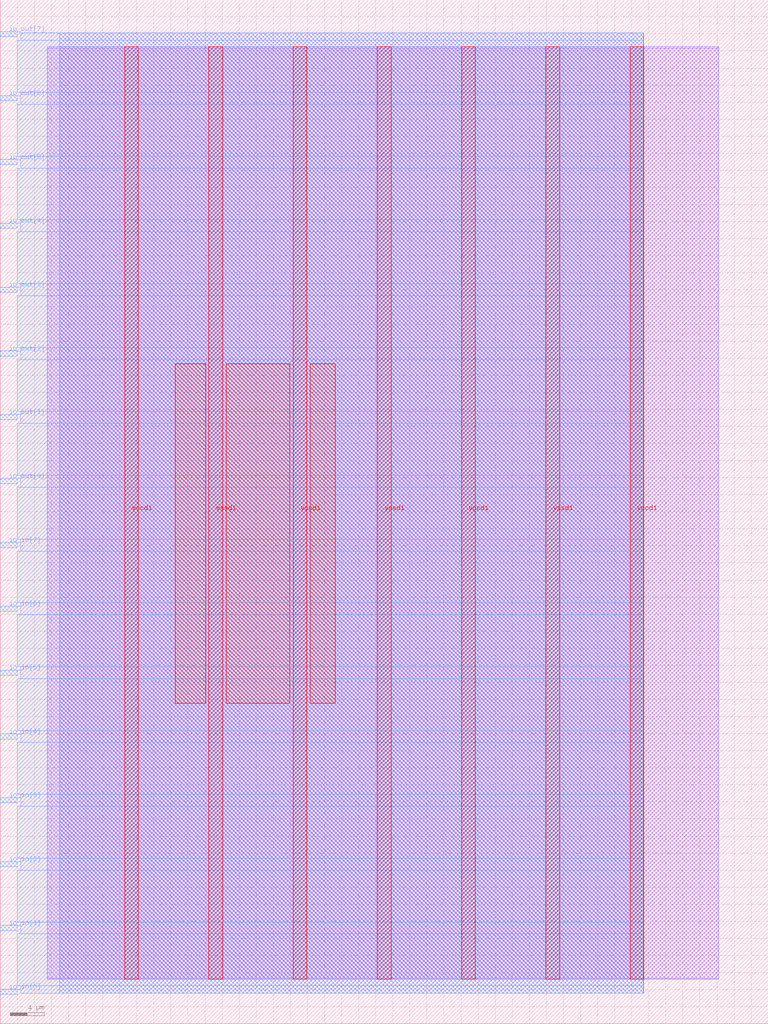
<source format=lef>
VERSION 5.7 ;
  NOWIREEXTENSIONATPIN ON ;
  DIVIDERCHAR "/" ;
  BUSBITCHARS "[]" ;
MACRO flygoat_tt02_play_tune
  CLASS BLOCK ;
  FOREIGN flygoat_tt02_play_tune ;
  ORIGIN 0.000 0.000 ;
  SIZE 90.000 BY 120.000 ;
  PIN io_in[0]
    DIRECTION INPUT ;
    USE SIGNAL ;
    PORT
      LAYER met3 ;
        RECT 0.000 3.440 2.000 4.040 ;
    END
  END io_in[0]
  PIN io_in[1]
    DIRECTION INPUT ;
    USE SIGNAL ;
    PORT
      LAYER met3 ;
        RECT 0.000 10.920 2.000 11.520 ;
    END
  END io_in[1]
  PIN io_in[2]
    DIRECTION INPUT ;
    USE SIGNAL ;
    PORT
      LAYER met3 ;
        RECT 0.000 18.400 2.000 19.000 ;
    END
  END io_in[2]
  PIN io_in[3]
    DIRECTION INPUT ;
    USE SIGNAL ;
    PORT
      LAYER met3 ;
        RECT 0.000 25.880 2.000 26.480 ;
    END
  END io_in[3]
  PIN io_in[4]
    DIRECTION INPUT ;
    USE SIGNAL ;
    PORT
      LAYER met3 ;
        RECT 0.000 33.360 2.000 33.960 ;
    END
  END io_in[4]
  PIN io_in[5]
    DIRECTION INPUT ;
    USE SIGNAL ;
    PORT
      LAYER met3 ;
        RECT 0.000 40.840 2.000 41.440 ;
    END
  END io_in[5]
  PIN io_in[6]
    DIRECTION INPUT ;
    USE SIGNAL ;
    PORT
      LAYER met3 ;
        RECT 0.000 48.320 2.000 48.920 ;
    END
  END io_in[6]
  PIN io_in[7]
    DIRECTION INPUT ;
    USE SIGNAL ;
    PORT
      LAYER met3 ;
        RECT 0.000 55.800 2.000 56.400 ;
    END
  END io_in[7]
  PIN io_out[0]
    DIRECTION OUTPUT TRISTATE ;
    USE SIGNAL ;
    PORT
      LAYER met3 ;
        RECT 0.000 63.280 2.000 63.880 ;
    END
  END io_out[0]
  PIN io_out[1]
    DIRECTION OUTPUT TRISTATE ;
    USE SIGNAL ;
    PORT
      LAYER met3 ;
        RECT 0.000 70.760 2.000 71.360 ;
    END
  END io_out[1]
  PIN io_out[2]
    DIRECTION OUTPUT TRISTATE ;
    USE SIGNAL ;
    PORT
      LAYER met3 ;
        RECT 0.000 78.240 2.000 78.840 ;
    END
  END io_out[2]
  PIN io_out[3]
    DIRECTION OUTPUT TRISTATE ;
    USE SIGNAL ;
    PORT
      LAYER met3 ;
        RECT 0.000 85.720 2.000 86.320 ;
    END
  END io_out[3]
  PIN io_out[4]
    DIRECTION OUTPUT TRISTATE ;
    USE SIGNAL ;
    PORT
      LAYER met3 ;
        RECT 0.000 93.200 2.000 93.800 ;
    END
  END io_out[4]
  PIN io_out[5]
    DIRECTION OUTPUT TRISTATE ;
    USE SIGNAL ;
    PORT
      LAYER met3 ;
        RECT 0.000 100.680 2.000 101.280 ;
    END
  END io_out[5]
  PIN io_out[6]
    DIRECTION OUTPUT TRISTATE ;
    USE SIGNAL ;
    PORT
      LAYER met3 ;
        RECT 0.000 108.160 2.000 108.760 ;
    END
  END io_out[6]
  PIN io_out[7]
    DIRECTION OUTPUT TRISTATE ;
    USE SIGNAL ;
    PORT
      LAYER met3 ;
        RECT 0.000 115.640 2.000 116.240 ;
    END
  END io_out[7]
  PIN vccd1
    DIRECTION INOUT ;
    USE POWER ;
    PORT
      LAYER met4 ;
        RECT 14.590 5.200 16.190 114.480 ;
    END
    PORT
      LAYER met4 ;
        RECT 34.330 5.200 35.930 114.480 ;
    END
    PORT
      LAYER met4 ;
        RECT 54.070 5.200 55.670 114.480 ;
    END
    PORT
      LAYER met4 ;
        RECT 73.810 5.200 75.410 114.480 ;
    END
  END vccd1
  PIN vssd1
    DIRECTION INOUT ;
    USE GROUND ;
    PORT
      LAYER met4 ;
        RECT 24.460 5.200 26.060 114.480 ;
    END
    PORT
      LAYER met4 ;
        RECT 44.200 5.200 45.800 114.480 ;
    END
    PORT
      LAYER met4 ;
        RECT 63.940 5.200 65.540 114.480 ;
    END
  END vssd1
  OBS
      LAYER li1 ;
        RECT 5.520 5.355 84.180 114.325 ;
      LAYER met1 ;
        RECT 5.520 5.200 84.180 114.480 ;
      LAYER met2 ;
        RECT 7.000 3.555 75.380 116.125 ;
      LAYER met3 ;
        RECT 2.400 115.240 75.400 116.105 ;
        RECT 2.000 109.160 75.400 115.240 ;
        RECT 2.400 107.760 75.400 109.160 ;
        RECT 2.000 101.680 75.400 107.760 ;
        RECT 2.400 100.280 75.400 101.680 ;
        RECT 2.000 94.200 75.400 100.280 ;
        RECT 2.400 92.800 75.400 94.200 ;
        RECT 2.000 86.720 75.400 92.800 ;
        RECT 2.400 85.320 75.400 86.720 ;
        RECT 2.000 79.240 75.400 85.320 ;
        RECT 2.400 77.840 75.400 79.240 ;
        RECT 2.000 71.760 75.400 77.840 ;
        RECT 2.400 70.360 75.400 71.760 ;
        RECT 2.000 64.280 75.400 70.360 ;
        RECT 2.400 62.880 75.400 64.280 ;
        RECT 2.000 56.800 75.400 62.880 ;
        RECT 2.400 55.400 75.400 56.800 ;
        RECT 2.000 49.320 75.400 55.400 ;
        RECT 2.400 47.920 75.400 49.320 ;
        RECT 2.000 41.840 75.400 47.920 ;
        RECT 2.400 40.440 75.400 41.840 ;
        RECT 2.000 34.360 75.400 40.440 ;
        RECT 2.400 32.960 75.400 34.360 ;
        RECT 2.000 26.880 75.400 32.960 ;
        RECT 2.400 25.480 75.400 26.880 ;
        RECT 2.000 19.400 75.400 25.480 ;
        RECT 2.400 18.000 75.400 19.400 ;
        RECT 2.000 11.920 75.400 18.000 ;
        RECT 2.400 10.520 75.400 11.920 ;
        RECT 2.000 4.440 75.400 10.520 ;
        RECT 2.400 3.575 75.400 4.440 ;
      LAYER met4 ;
        RECT 20.535 37.575 24.060 77.345 ;
        RECT 26.460 37.575 33.930 77.345 ;
        RECT 36.330 37.575 39.265 77.345 ;
  END
END flygoat_tt02_play_tune
END LIBRARY


</source>
